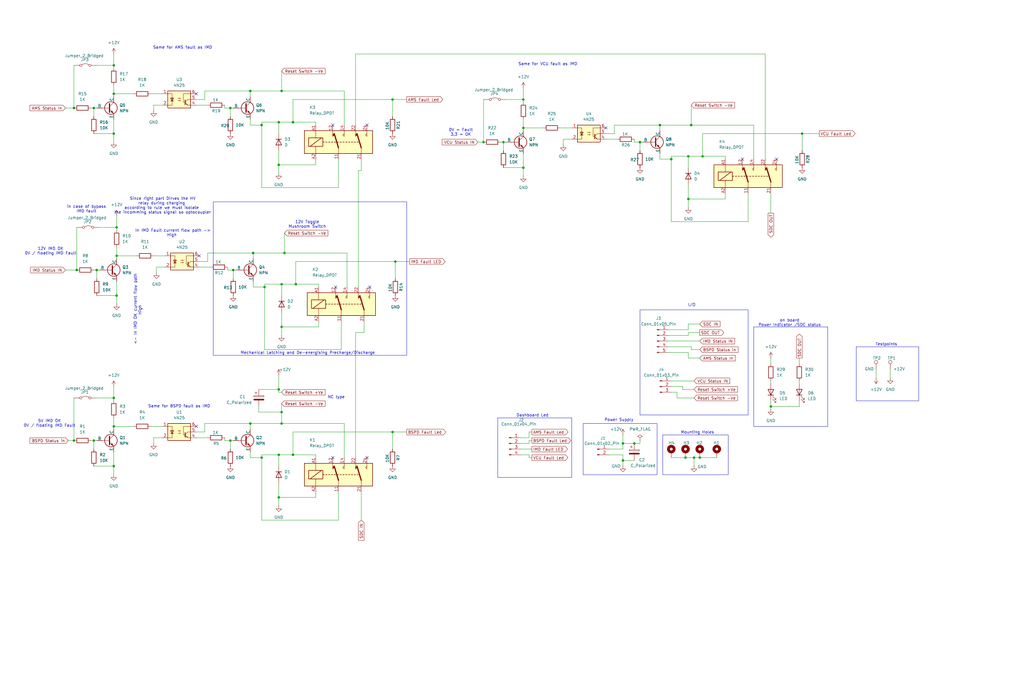
<source format=kicad_sch>
(kicad_sch (version 20231120) (generator "eeschema") (generator_version "8.0")
  (paper "User" 457.2 304.8)
  (title_block (title "SDC Team Urja") (rev "v1") (company "Kathmandu University"))
  (junction (at 34.29 120.65))
  (junction (at 215.9 63.5))
  (junction (at 278.13 198.12))
  (junction (at 313.69 69.85))
  (junction (at 33.02 196.85))
  (junction (at 306.07 204.47))
  (junction (at 124.46 54.61))
  (junction (at 113.03 113.03))
  (junction (at 294.64 55.88))
  (junction (at 104.14 120.65))
  (junction (at 224.79 63.5))
  (junction (at 312.42 204.47))
  (junction (at 125.73 189.23))
  (junction (at 176.53 116.84))
  (junction (at 233.68 74.93))
  (junction (at 127 113.03))
  (junction (at 358.14 59.69))
  (junction (at 41.91 196.85))
  (junction (at 307.34 69.85))
  (junction (at 52.07 132.08))
  (junction (at 308.61 55.88))
  (junction (at 233.68 44.45))
  (junction (at 50.8 59.69))
  (junction (at 283.21 198.12))
  (junction (at 50.8 41.91))
  (junction (at 118.11 128.27))
  (junction (at 125.73 127))
  (junction (at 50.8 190.5))
  (junction (at 102.87 196.85))
  (junction (at 41.91 48.26))
  (junction (at 233.68 57.15))
  (junction (at 52.07 101.6))
  (junction (at 50.8 208.28))
  (junction (at 50.8 177.8))
  (junction (at 344.17 181.61))
  (junction (at 43.18 120.65))
  (junction (at 50.8 29.21))
  (junction (at 116.84 204.47))
  (junction (at 52.07 114.3))
  (junction (at 175.26 193.04))
  (junction (at 125.73 40.64))
  (junction (at 307.34 88.9))
  (junction (at 278.13 205.74))
  (junction (at 130.81 203.2))
  (junction (at 175.26 44.45))
  (junction (at 130.81 54.61))
  (junction (at 111.76 189.23))
  (junction (at 33.02 48.26))
  (junction (at 125.73 184.15))
  (junction (at 132.08 127))
  (junction (at 116.84 55.88))
  (junction (at 111.76 40.64))
  (junction (at 102.87 48.26))
  (junction (at 125.73 146.05))
  (junction (at 124.46 203.2))
  (junction (at 299.72 71.12))
  (junction (at 124.46 222.25))
  (junction (at 124.46 73.66))
  (junction (at 309.88 204.47))
  (junction (at 285.75 63.5))
  (junction (at 124.46 173.99))
  (no_connect (at 148.59 55.88))
  (no_connect (at 87.63 190.5))
  (no_connect (at 165.1 128.27))
  (no_connect (at 163.83 55.88))
  (no_connect (at 149.86 128.27))
  (no_connect (at 148.59 204.47))
  (no_connect (at 87.63 41.91))
  (no_connect (at 163.83 204.47))
  (no_connect (at 331.47 71.12))
  (no_connect (at 270.51 57.15))
  (no_connect (at 88.9 114.3))
  (no_connect (at 346.71 71.12))
  (wire (pts (xy 304.8 173.99) (xy 304.8 172.72)))
  (wire (pts (xy 391.16 165.1) (xy 391.16 168.91)))
  (wire (pts (xy 43.18 132.08) (xy 52.07 132.08)))
  (wire (pts (xy 115.57 173.99) (xy 124.46 173.99)))
  (wire (pts (xy 50.8 186.69) (xy 50.8 190.5)))
  (wire (pts (xy 130.81 203.2) (xy 130.81 193.04)))
  (wire (pts (xy 233.68 53.34) (xy 233.68 57.15)))
  (wire (pts (xy 125.73 31.75) (xy 125.73 40.64)))
  (wire (pts (xy 236.22 193.04) (xy 237.49 193.04)))
  (wire (pts (xy 124.46 59.69) (xy 124.46 54.61)))
  (wire (pts (xy 125.73 184.15) (xy 125.73 189.23)))
  (wire (pts (xy 224.79 63.5) (xy 226.06 63.5)))
  (wire (pts (xy 323.85 69.85) (xy 323.85 71.12)))
  (wire (pts (xy 50.8 29.21) (xy 50.8 30.48)))
  (wire (pts (xy 102.87 48.26) (xy 104.14 48.26)))
  (wire (pts (xy 283.21 63.5) (xy 285.75 63.5)))
  (wire (pts (xy 306.07 204.47) (xy 309.88 204.47)))
  (wire (pts (xy 294.64 68.58) (xy 294.64 71.12)))
  (wire (pts (xy 100.33 48.26) (xy 100.33 46.99)))
  (wire (pts (xy 154.94 113.03) (xy 154.94 128.27)))
  (wire (pts (xy 298.45 154.94) (xy 308.61 154.94)))
  (wire (pts (xy 130.81 44.45) (xy 175.26 44.45)))
  (wire (pts (xy 236.22 193.04) (xy 236.22 195.58)))
  (wire (pts (xy 140.97 203.2) (xy 140.97 204.47)))
  (wire (pts (xy 130.81 203.2) (xy 140.97 203.2)))
  (wire (pts (xy 29.21 48.26) (xy 33.02 48.26)))
  (wire (pts (xy 41.91 196.85) (xy 43.18 196.85)))
  (wire (pts (xy 153.67 40.64) (xy 153.67 55.88)))
  (wire (pts (xy 151.13 232.41) (xy 116.84 232.41)))
  (wire (pts (xy 251.46 62.23) (xy 251.46 64.77)))
  (wire (pts (xy 344.17 86.36) (xy 344.17 95.25)))
  (wire (pts (xy 87.63 193.04) (xy 91.44 193.04)))
  (wire (pts (xy 41.91 48.26) (xy 43.18 48.26)))
  (wire (pts (xy 50.8 41.91) (xy 50.8 43.18)))
  (wire (pts (xy 50.8 172.72) (xy 50.8 177.8)))
  (wire (pts (xy 87.63 46.99) (xy 92.71 46.99)))
  (wire (pts (xy 232.41 200.66) (xy 237.49 200.66)))
  (wire (pts (xy 124.46 175.26) (xy 125.73 175.26)))
  (wire (pts (xy 307.34 148.59) (xy 307.34 149.86)))
  (wire (pts (xy 236.22 204.47) (xy 237.49 204.47)))
  (wire (pts (xy 102.87 196.85) (xy 102.87 200.66)))
  (wire (pts (xy 236.22 203.2) (xy 232.41 203.2)))
  (wire (pts (xy 41.91 208.28) (xy 50.8 208.28)))
  (wire (pts (xy 124.46 73.66) (xy 124.46 77.47)))
  (wire (pts (xy 307.34 74.93) (xy 307.34 69.85)))
  (wire (pts (xy 344.17 179.07) (xy 344.17 181.61)))
  (wire (pts (xy 50.8 177.8) (xy 50.8 179.07)))
  (wire (pts (xy 102.87 48.26) (xy 102.87 52.07)))
  (wire (pts (xy 115.57 184.15) (xy 125.73 184.15)))
  (wire (pts (xy 336.55 55.88) (xy 336.55 71.12)))
  (wire (pts (xy 132.08 127) (xy 132.08 116.84)))
  (wire (pts (xy 124.46 73.66) (xy 140.97 73.66)))
  (wire (pts (xy 278.13 203.2) (xy 271.78 203.2)))
  (wire (pts (xy 127 113.03) (xy 154.94 113.03)))
  (wire (pts (xy 307.34 160.02) (xy 307.34 157.48)))
  (wire (pts (xy 127 113.03) (xy 113.03 113.03)))
  (wire (pts (xy 278.13 198.12) (xy 283.21 198.12)))
  (wire (pts (xy 29.21 120.65) (xy 34.29 120.65)))
  (wire (pts (xy 68.58 46.99) (xy 68.58 49.53)))
  (wire (pts (xy 233.68 39.37) (xy 233.68 44.45)))
  (wire (pts (xy 298.45 147.32) (xy 307.34 147.32)))
  (wire (pts (xy 160.02 128.27) (xy 160.02 76.2)))
  (wire (pts (xy 236.22 196.85) (xy 236.22 198.12)))
  (wire (pts (xy 132.08 116.84) (xy 176.53 116.84)))
  (wire (pts (xy 125.73 127) (xy 132.08 127)))
  (wire (pts (xy 270.51 59.69) (xy 274.32 59.69)))
  (wire (pts (xy 40.64 48.26) (xy 41.91 48.26)))
  (wire (pts (xy 233.68 57.15) (xy 233.68 58.42)))
  (wire (pts (xy 111.76 40.64) (xy 111.76 43.18)))
  (wire (pts (xy 113.03 125.73) (xy 113.03 128.27)))
  (wire (pts (xy 313.69 69.85) (xy 323.85 69.85)))
  (wire (pts (xy 68.58 195.58) (xy 68.58 198.12)))
  (wire (pts (xy 308.61 156.21) (xy 308.61 154.94)))
  (wire (pts (xy 52.07 101.6) (xy 52.07 102.87)))
  (wire (pts (xy 158.75 148.59) (xy 162.56 148.59)))
  (wire (pts (xy 33.02 29.21) (xy 33.02 48.26)))
  (wire (pts (xy 52.07 96.52) (xy 52.07 101.6)))
  (wire (pts (xy 233.68 57.15) (xy 242.57 57.15)))
  (wire (pts (xy 294.64 71.12) (xy 299.72 71.12)))
  (wire (pts (xy 356.87 181.61) (xy 344.17 181.61)))
  (wire (pts (xy 251.46 62.23) (xy 255.27 62.23)))
  (wire (pts (xy 175.26 44.45) (xy 175.26 52.07)))
  (wire (pts (xy 50.8 24.13) (xy 50.8 29.21)))
  (wire (pts (xy 111.76 201.93) (xy 111.76 204.47)))
  (wire (pts (xy 162.56 143.51) (xy 162.56 148.59)))
  (wire (pts (xy 125.73 40.64) (xy 153.67 40.64)))
  (wire (pts (xy 43.18 29.21) (xy 50.8 29.21)))
  (wire (pts (xy 140.97 54.61) (xy 140.97 55.88)))
  (wire (pts (xy 312.42 160.02) (xy 307.34 160.02)))
  (wire (pts (xy 67.31 190.5) (xy 72.39 190.5)))
  (wire (pts (xy 344.17 170.18) (xy 344.17 171.45)))
  (wire (pts (xy 236.22 196.85) (xy 237.49 196.85)))
  (wire (pts (xy 116.84 204.47) (xy 116.84 232.41)))
  (wire (pts (xy 30.48 196.85) (xy 33.02 196.85)))
  (wire (pts (xy 175.26 193.04) (xy 181.61 193.04)))
  (wire (pts (xy 270.51 62.23) (xy 275.59 62.23)))
  (wire (pts (xy 91.44 44.45) (xy 91.44 40.64)))
  (wire (pts (xy 43.18 177.8) (xy 50.8 177.8)))
  (wire (pts (xy 52.07 114.3) (xy 52.07 115.57)))
  (wire (pts (xy 50.8 38.1) (xy 50.8 41.91)))
  (wire (pts (xy 68.58 114.3) (xy 73.66 114.3)))
  (wire (pts (xy 312.42 144.78) (xy 307.34 144.78)))
  (wire (pts (xy 125.73 139.7) (xy 125.73 146.05)))
  (wire (pts (xy 52.07 132.08) (xy 52.07 135.89)))
  (wire (pts (xy 312.42 148.59) (xy 307.34 148.59)))
  (wire (pts (xy 278.13 200.66) (xy 271.78 200.66)))
  (wire (pts (xy 111.76 55.88) (xy 116.84 55.88)))
  (wire (pts (xy 125.73 132.08) (xy 125.73 127)))
  (wire (pts (xy 213.36 63.5) (xy 215.9 63.5)))
  (wire (pts (xy 52.07 110.49) (xy 52.07 114.3)))
  (wire (pts (xy 104.14 120.65) (xy 104.14 124.46)))
  (wire (pts (xy 111.76 53.34) (xy 111.76 55.88)))
  (wire (pts (xy 226.06 44.45) (xy 233.68 44.45)))
  (wire (pts (xy 161.29 219.71) (xy 161.29 232.41)))
  (wire (pts (xy 100.33 48.26) (xy 102.87 48.26)))
  (wire (pts (xy 91.44 40.64) (xy 111.76 40.64)))
  (wire (pts (xy 124.46 203.2) (xy 130.81 203.2)))
  (wire (pts (xy 118.11 128.27) (xy 118.11 156.21)))
  (wire (pts (xy 104.14 120.65) (xy 105.41 120.65)))
  (wire (pts (xy 125.73 40.64) (xy 111.76 40.64)))
  (wire (pts (xy 356.87 170.18) (xy 356.87 171.45)))
  (wire (pts (xy 69.85 119.38) (xy 73.66 119.38)))
  (wire (pts (xy 323.85 88.9) (xy 323.85 86.36)))
  (wire (pts (xy 223.52 63.5) (xy 224.79 63.5)))
  (wire (pts (xy 299.72 170.18) (xy 309.88 170.18)))
  (wire (pts (xy 140.97 73.66) (xy 140.97 71.12)))
  (wire (pts (xy 130.81 54.61) (xy 140.97 54.61)))
  (wire (pts (xy 307.34 88.9) (xy 307.34 92.71)))
  (wire (pts (xy 298.45 149.86) (xy 307.34 149.86)))
  (wire (pts (xy 158.75 55.88) (xy 158.75 24.13)))
  (wire (pts (xy 91.44 189.23) (xy 111.76 189.23)))
  (wire (pts (xy 307.34 88.9) (xy 323.85 88.9)))
  (wire (pts (xy 116.84 203.2) (xy 116.84 204.47)))
  (wire (pts (xy 41.91 59.69) (xy 50.8 59.69)))
  (wire (pts (xy 118.11 127) (xy 125.73 127)))
  (wire (pts (xy 116.84 203.2) (xy 124.46 203.2)))
  (wire (pts (xy 309.88 204.47) (xy 309.88 208.28)))
  (wire (pts (xy 298.45 157.48) (xy 307.34 157.48)))
  (wire (pts (xy 299.72 204.47) (xy 306.07 204.47)))
  (wire (pts (xy 307.34 69.85) (xy 313.69 69.85)))
  (wire (pts (xy 278.13 208.28) (xy 278.13 205.74)))
  (wire (pts (xy 285.75 63.5) (xy 287.02 63.5)))
  (wire (pts (xy 299.72 172.72) (xy 304.8 172.72)))
  (wire (pts (xy 125.73 189.23) (xy 153.67 189.23)))
  (wire (pts (xy 308.61 55.88) (xy 294.64 55.88)))
  (wire (pts (xy 50.8 41.91) (xy 59.69 41.91)))
  (wire (pts (xy 88.9 116.84) (xy 92.71 116.84)))
  (wire (pts (xy 118.11 127) (xy 118.11 128.27)))
  (wire (pts (xy 101.6 120.65) (xy 101.6 119.38)))
  (wire (pts (xy 124.46 173.99) (xy 124.46 175.26)))
  (wire (pts (xy 283.21 198.12) (xy 285.75 198.12)))
  (wire (pts (xy 43.18 120.65) (xy 44.45 120.65)))
  (wire (pts (xy 175.26 44.45) (xy 181.61 44.45)))
  (wire (pts (xy 111.76 204.47) (xy 116.84 204.47)))
  (wire (pts (xy 125.73 189.23) (xy 111.76 189.23)))
  (wire (pts (xy 50.8 190.5) (xy 50.8 191.77)))
  (wire (pts (xy 397.51 165.1) (xy 397.51 168.91)))
  (wire (pts (xy 307.34 82.55) (xy 307.34 88.9)))
  (wire (pts (xy 125.73 146.05) (xy 142.24 146.05)))
  (wire (pts (xy 100.33 196.85) (xy 102.87 196.85)))
  (wire (pts (xy 160.02 76.2) (xy 161.29 76.2)))
  (wire (pts (xy 309.88 177.8) (xy 302.26 177.8)))
  (wire (pts (xy 100.33 196.85) (xy 100.33 195.58)))
  (wire (pts (xy 250.19 57.15) (xy 255.27 57.15)))
  (wire (pts (xy 34.29 101.6) (xy 34.29 120.65)))
  (wire (pts (xy 334.01 86.36) (xy 334.01 99.06)))
  (wire (pts (xy 236.22 198.12) (xy 232.41 198.12)))
  (wire (pts (xy 294.64 55.88) (xy 294.64 58.42)))
  (wire (pts (xy 124.46 222.25) (xy 140.97 222.25)))
  (wire (pts (xy 278.13 198.12) (xy 278.13 200.66)))
  (wire (pts (xy 125.73 146.05) (xy 125.73 149.86)))
  (wire (pts (xy 344.17 181.61) (xy 344.17 182.88)))
  (wire (pts (xy 313.69 69.85) (xy 313.69 59.69)))
  (wire (pts (xy 215.9 44.45) (xy 215.9 63.5)))
  (wire (pts (xy 309.88 204.47) (xy 312.42 204.47)))
  (wire (pts (xy 356.87 160.02) (xy 356.87 162.56)))
  (wire (pts (xy 67.31 41.91) (xy 72.39 41.91)))
  (wire (pts (xy 115.57 181.61) (xy 115.57 184.15)))
  (wire (pts (xy 50.8 208.28) (xy 50.8 212.09)))
  (wire (pts (xy 116.84 55.88) (xy 116.84 83.82)))
  (wire (pts (xy 158.75 24.13) (xy 341.63 24.13)))
  (wire (pts (xy 334.01 99.06) (xy 299.72 99.06)))
  (wire (pts (xy 50.8 53.34) (xy 50.8 59.69)))
  (wire (pts (xy 132.08 127) (xy 142.24 127)))
  (wire (pts (xy 130.81 54.61) (xy 130.81 44.45)))
  (wire (pts (xy 312.42 204.47) (xy 320.04 204.47)))
  (wire (pts (xy 102.87 196.85) (xy 104.14 196.85)))
  (wire (pts (xy 116.84 54.61) (xy 124.46 54.61)))
  (wire (pts (xy 41.91 120.65) (xy 43.18 120.65)))
  (wire (pts (xy 111.76 189.23) (xy 111.76 191.77)))
  (wire (pts (xy 151.13 219.71) (xy 151.13 232.41)))
  (wire (pts (xy 308.61 46.99) (xy 308.61 55.88)))
  (wire (pts (xy 299.72 71.12) (xy 299.72 99.06)))
  (wire (pts (xy 153.67 189.23) (xy 153.67 204.47)))
  (wire (pts (xy 299.72 69.85) (xy 299.72 71.12)))
  (wire (pts (xy 274.32 55.88) (xy 294.64 55.88)))
  (wire (pts (xy 124.46 54.61) (xy 130.81 54.61)))
  (wire (pts (xy 68.58 46.99) (xy 72.39 46.99)))
  (wire (pts (xy 41.91 48.26) (xy 41.91 52.07)))
  (wire (pts (xy 307.34 144.78) (xy 307.34 147.32)))
  (wire (pts (xy 358.14 59.69) (xy 365.76 59.69)))
  (wire (pts (xy 161.29 71.12) (xy 161.29 76.2)))
  (wire (pts (xy 50.8 201.93) (xy 50.8 208.28)))
  (wire (pts (xy 113.03 128.27) (xy 118.11 128.27)))
  (wire (pts (xy 278.13 205.74) (xy 278.13 203.2)))
  (wire (pts (xy 151.13 71.12) (xy 151.13 83.82)))
  (wire (pts (xy 124.46 222.25) (xy 124.46 226.06)))
  (wire (pts (xy 233.68 74.93) (xy 233.68 78.74)))
  (wire (pts (xy 176.53 116.84) (xy 182.88 116.84)))
  (wire (pts (xy 88.9 119.38) (xy 93.98 119.38)))
  (wire (pts (xy 299.72 69.85) (xy 307.34 69.85)))
  (wire (pts (xy 298.45 152.4) (xy 312.42 152.4)))
  (wire (pts (xy 312.42 156.21) (xy 308.61 156.21)))
  (wire (pts (xy 124.46 167.64) (xy 124.46 173.99)))
  (wire (pts (xy 50.8 190.5) (xy 59.69 190.5)))
  (wire (pts (xy 113.03 113.03) (xy 113.03 115.57)))
  (wire (pts (xy 152.4 143.51) (xy 152.4 156.21)))
  (wire (pts (xy 87.63 195.58) (xy 92.71 195.58)))
  (wire (pts (xy 341.63 24.13) (xy 341.63 71.12)))
  (wire (pts (xy 285.75 196.85) (xy 285.75 198.12)))
  (wire (pts (xy 302.26 177.8) (xy 302.26 175.26)))
  (wire (pts (xy 43.18 120.65) (xy 43.18 124.46)))
  (wire (pts (xy 344.17 160.02) (xy 344.17 162.56)))
  (wire (pts (xy 91.44 193.04) (xy 91.44 189.23)))
  (wire (pts (xy 356.87 179.07) (xy 356.87 181.61)))
  (wire (pts (xy 124.46 67.31) (xy 124.46 73.66)))
  (wire (pts (xy 283.21 63.5) (xy 283.21 62.23)))
  (wire (pts (xy 236.22 204.47) (xy 236.22 203.2)))
  (wire (pts (xy 233.68 44.45) (xy 233.68 45.72)))
  (wire (pts (xy 309.88 173.99) (xy 304.8 173.99)))
  (wire (pts (xy 224.79 63.5) (xy 224.79 67.31)))
  (wire (pts (xy 176.53 116.84) (xy 176.53 124.46)))
  (wire (pts (xy 299.72 175.26) (xy 302.26 175.26)))
  (wire (pts (xy 41.91 196.85) (xy 41.91 200.66)))
  (wire (pts (xy 92.71 116.84) (xy 92.71 113.03)))
  (wire (pts (xy 40.64 196.85) (xy 41.91 196.85)))
  (wire (pts (xy 116.84 54.61) (xy 116.84 55.88)))
  (wire (pts (xy 274.32 59.69) (xy 274.32 55.88)))
  (wire (pts (xy 69.85 119.38) (xy 69.85 121.92)))
  (wire (pts (xy 142.24 146.05) (xy 142.24 143.51)))
  (wire (pts (xy 151.13 83.82) (xy 116.84 83.82)))
  (wire (pts (xy 33.02 177.8) (xy 33.02 196.85)))
  (wire (pts (xy 44.45 101.6) (xy 52.07 101.6)))
  (wire (pts (xy 124.46 215.9) (xy 124.46 222.25)))
  (wire (pts (xy 130.81 193.04) (xy 175.26 193.04)))
  (wire (pts (xy 285.75 63.5) (xy 285.75 67.31)))
  (wire (pts (xy 308.61 55.88) (xy 336.55 55.88)))
  (wire (pts (xy 142.24 127) (xy 142.24 128.27)))
  (wire (pts (xy 87.63 44.45) (xy 91.44 44.45)))
  (wire (pts (xy 50.8 59.69) (xy 50.8 63.5)))
  (wire (pts (xy 125.73 180.34) (xy 125.73 184.15)))
  (wire (pts (xy 101.6 120.65) (xy 104.14 120.65)))
  (wire (pts (xy 52.07 125.73) (xy 52.07 132.08)))
  (wire (pts (xy 233.68 68.58) (xy 233.68 74.93)))
  (wire (pts (xy 52.07 114.3) (xy 60.96 114.3)))
  (wire (pts (xy 313.69 59.69) (xy 358.14 59.69)))
  (wire (pts (xy 278.13 205.74) (xy 283.21 205.74)))
  (wire (pts (xy 68.58 195.58) (xy 72.39 195.58)))
  (wire (pts (xy 140.97 222.25) (xy 140.97 219.71)))
  (wire (pts (xy 92.71 113.03) (xy 113.03 113.03)))
  (wire (pts (xy 278.13 194.31) (xy 278.13 198.12)))
  (wire (pts (xy 236.22 195.58) (xy 232.41 195.58)))
  (wire (pts (xy 127 104.14) (xy 127 113.03)))
  (wire (pts (xy 124.46 208.28) (xy 124.46 203.2)))
  (wire (pts (xy 158.75 204.47) (xy 158.75 148.59)))
  (wire (pts (xy 175.26 193.04) (xy 175.26 200.66)))
  (wire (pts (xy 358.14 59.69) (xy 358.14 67.31)))
  (wire (pts (xy 224.79 74.93) (xy 233.68 74.93)))
  (wire (pts (xy 152.4 156.21) (xy 118.11 156.21)))
  (rectangle (start 336.55 146.05) (end 369.57 190.5))
  (rectangle (start 285.75 138.43) (end 334.01 185.42))
  (rectangle (start 95.25 90.17) (end 181.61 158.75))
  (rectangle (start 260.35 189.23) (end 293.37 212.09))
  (rectangle (start 295.91 194.31) (end 325.12 212.09))
  (rectangle (start 382.27 154.94) (end 410.21 179.07))
  (rectangle (start 222.25 186.69) (end 255.27 213.36))
  (text "NC type\n" (at 150.114 177.546 0) (effects (font (size 1.27 1.27))))
  (text "I/O\n" (at 308.864 136.398 0) (effects (font (size 1.27 1.27))))
  (text "Dashboard Led" (at 237.744 185.674 0) (effects (font (size 1.27 1.27))))
  (text "0V = Fault\n3.3 = OK" (at 205.74 59.182 0) (effects (font (size 1.27 1.27))))
  (text "5V IMD OK\n0V / floating IMD Fault" (at 22.098 189.23 0) (effects (font (size 1.27 1.27))))
  (text "Power Supply\n" (at 276.352 187.706 0) (effects (font (size 1.27 1.27))))
  (text "12V Toggle \nMushroom Switch " (at 137.668 100.33 0) (effects (font (size 1.27 1.27))))
  (text "Same for VCU fault as IMD" (at 244.602 28.702 0) (effects (font (size 1.27 1.27))))
  (text "Mounting Holes" (at 311.404 193.294 0) (effects (font (size 1.27 1.27))))
  (text "on board\nPower Indicator /SDC status" (at 352.552 144.272 0) (effects (font (size 1.27 1.27))))
  (text "Since right part Dirves the HV\nrelay during charging \naccording to rule we must isolate \nthe incomming status signal so optocoupler" (at 72.644 91.948 0) (effects (font (size 1.27 1.27))))
  (text "Testpoints" (at 395.732 153.924 0) (effects (font (size 1.27 1.27))))
  (text "In IMD Fault current flow path ->\nHigh " (at 77.216 104.14 0) (effects (font (size 1.27 1.27))))
  (text "12V IMD OK\n0V / floating IMD Fault" (at 22.606 112.268 0) (effects (font (size 1.27 1.27))))
  (text "Same for BSPD fault as IMD" (at 80.01 181.61 0) (effects (font (size 1.27 1.27))))
  (text "Mechanical Latching and De-energising Precharge/Discharge" (at 137.414 157.734 0) (effects (font (size 1.27 1.27))))
  (text "Same for AMS fault as IMD" (at 81.534 21.336 0) (effects (font (size 1.27 1.27))))
  (text "<- In IMD OK current flow path\nHigh " (at 61.468 138.176 90) (effects (font (size 1.27 1.27))))
  (text "in case of bypass\nIMD fault" (at 38.608 93.472 0) (effects (font (size 1.27 1.27))))
  (global_label "AMS Fault Led" (shape output) (at 181.61 44.45 0) (property "Intersheetrefs" "${INTERSHEET_REFS}" (effects (hide yes))))
  (global_label "IMD Status IN" (shape input) (at 29.21 120.65 180) (property "Intersheetrefs" "${INTERSHEET_REFS}" (effects (hide yes))))
  (global_label "BSPD Fault Led" (shape output) (at 181.61 193.04 0) (property "Intersheetrefs" "${INTERSHEET_REFS}" (effects (hide yes))))
  (global_label "SDC IN" (shape input) (at 312.42 144.78 0) (property "Intersheetrefs" "${INTERSHEET_REFS}" (effects (hide yes))))
  (global_label "BSPD Fault Led" (shape output) (at 237.49 196.85 0) (property "Intersheetrefs" "${INTERSHEET_REFS}" (effects (hide yes))))
  (global_label "Reset Switch -Ve" (shape input) (at 127 104.14 0) (property "Intersheetrefs" "${INTERSHEET_REFS}" (effects (hide yes))))
  (global_label "Reset Switch -Ve" (shape input) (at 125.73 180.34 0) (property "Intersheetrefs" "${INTERSHEET_REFS}" (effects (hide yes))))
  (global_label "VCU Fault Led" (shape output) (at 365.76 59.69 0) (property "Intersheetrefs" "${INTERSHEET_REFS}" (effects (hide yes))))
  (global_label "AMS Status In" (shape input) (at 312.42 160.02 0) (property "Intersheetrefs" "${INTERSHEET_REFS}" (effects (hide yes))))
  (global_label "VCU Status IN" (shape input) (at 309.88 170.18 0) (property "Intersheetrefs" "${INTERSHEET_REFS}" (effects (hide yes))))
  (global_label "IMD Status IN" (shape input) (at 312.42 152.4 0) (property "Intersheetrefs" "${INTERSHEET_REFS}" (effects (hide yes))))
  (global_label "BSPD Status in" (shape input) (at 30.48 196.85 180) (property "Intersheetrefs" "${INTERSHEET_REFS}" (effects (hide yes))))
  (global_label "Reset Switch -Ve" (shape input) (at 308.61 46.99 0) (property "Intersheetrefs" "${INTERSHEET_REFS}" (effects (hide yes))))
  (global_label "VCU Fault Led" (shape output) (at 237.49 204.47 0) (property "Intersheetrefs" "${INTERSHEET_REFS}" (effects (hide yes))))
  (global_label "AMS Fault Led" (shape output) (at 237.49 193.04 0) (property "Intersheetrefs" "${INTERSHEET_REFS}" (effects (hide yes))))
  (global_label "IMD Fault LED" (shape output) (at 237.49 200.66 0) (property "Intersheetrefs" "${INTERSHEET_REFS}" (effects (hide yes))))
  (global_label "Reset Switch -Ve" (shape input) (at 125.73 31.75 0) (property "Intersheetrefs" "${INTERSHEET_REFS}" (effects (hide yes))))
  (global_label "SDC OUT" (shape output) (at 356.87 160.02 90) (property "Intersheetrefs" "${INTERSHEET_REFS}" (effects (hide yes))))
  (global_label "VCU Status IN" (shape input) (at 213.36 63.5 180) (property "Intersheetrefs" "${INTERSHEET_REFS}" (effects (hide yes))))
  (global_label "Reset Switch +Ve" (shape input) (at 125.73 175.26 0) (property "Intersheetrefs" "${INTERSHEET_REFS}" (effects (hide yes))))
  (global_label "Reset Switch -Ve" (shape input) (at 309.88 177.8 0) (property "Intersheetrefs" "${INTERSHEET_REFS}" (effects (hide yes))))
  (global_label "AMS Status In" (shape input) (at 29.21 48.26 180) (property "Intersheetrefs" "${INTERSHEET_REFS}" (effects (hide yes))))
  (global_label "BSPD Status in" (shape input) (at 312.42 156.21 0) (property "Intersheetrefs" "${INTERSHEET_REFS}" (effects (hide yes))))
  (global_label "Reset Switch +Ve" (shape input) (at 309.88 173.99 0) (property "Intersheetrefs" "${INTERSHEET_REFS}" (effects (hide yes))))
  (global_label "SDC OUT" (shape output) (at 312.42 148.59 0) (property "Intersheetrefs" "${INTERSHEET_REFS}" (effects (hide yes))))
  (global_label "SDC OUT" (shape output) (at 344.17 95.25 270) (property "Intersheetrefs" "${INTERSHEET_REFS}" (effects (hide yes))))
  (global_label "SDC IN" (shape input) (at 161.29 232.41 270) (property "Intersheetrefs" "${INTERSHEET_REFS}" (effects (hide yes))))
  (global_label "IMD Fault LED" (shape output) (at 182.88 116.84 0) (property "Intersheetrefs" "${INTERSHEET_REFS}" (effects (hide yes))))
  (symbol (lib_id "power:GND") (at 102.87 59.69 0) (unit 1)
    (property "Reference" "#PWR021" (effects (hide yes)))
    (property "Value" "GND" (at 102.87 64.77 0))
    (property "Description" "Power symbol creates a global label with name \"GND\" , ground" (effects (hide yes)))
  )
  (symbol (lib_id "Device:LED") (at 356.87 175.26 90) (unit 1)
    (property "Reference" "D6" (at 360.68 175.5774 90) (effects (justify right)))
    (property "Value" "LED" (at 360.68 178.1174 90) (effects (justify right)))
    (property "Footprint" "LED_THT:LED_D4.0mm" (effects (hide yes)))
    (property "Description" "Light emitting diode" (effects (hide yes)))
  )
  (symbol (lib_id "Device:R") (at 96.52 46.99 270) (unit 1)
    (property "Reference" "R19" (at 96.52 49.53 90))
    (property "Value" "1K" (at 96.266 44.704 90))
    (property "Footprint" "Resistor_THT:R_Axial_DIN0207_L6.3mm_D2.5mm_P7.62mm_Horizontal" (effects (hide yes)))
    (property "Description" "Resistor" (effects (hide yes)))
  )
  (symbol (lib_id "Connector:Conn_01x05_Pin") (at 293.37 152.4 0) (unit 1)
    (property "Reference" "J3" (at 294.005 142.24 0))
    (property "Value" "Conn_01x05_Pin" (at 294.005 144.78 0))
    (property "Footprint" "Connector_PinHeader_2.54mm:PinHeader_1x05_P2.54mm_Vertical" (effects (hide yes)))
    (property "Description" "Generic connector, single row, 01x05, script generated" (effects (hide yes)))
  )
  (symbol (lib_id "Device:C_Polarized") (at 115.57 177.8 0) (unit 1)
    (property "Reference" "C1" (at 106.934 177.292 0) (effects (justify left)))
    (property "Value" "C_Polarized" (at 101.092 179.832 0) (effects (justify left)))
    (property "Footprint" "Capacitor_THT:CP_Radial_D12.5mm_P7.50mm" (effects (hide yes)))
    (property "Description" "Polarized capacitor" (effects (hide yes)))
  )
  (symbol (lib_id "Device:R") (at 102.87 55.88 0) (unit 1)
    (property "Reference" "R20" (at 98.552 56.134 0) (effects (justify left)))
    (property "Value" "10K" (at 105.156 55.88 0) (effects (justify left)))
    (property "Footprint" "Resistor_THT:R_Axial_DIN0207_L6.3mm_D2.5mm_P7.62mm_Horizontal" (effects (hide yes)))
    (property "Description" "Resistor" (effects (hide yes)))
  )
  (symbol (lib_id "Device:R") (at 36.83 48.26 90) (unit 1)
    (property "Reference" "R15" (at 36.83 41.91 90))
    (property "Value" "1K" (at 36.83 44.45 90))
    (property "Footprint" "Resistor_THT:R_Axial_DIN0207_L6.3mm_D2.5mm_P7.62mm_Horizontal" (effects (hide yes)))
    (property "Description" "Resistor" (effects (hide yes)))
  )
  (symbol (lib_id "Relay:Relay_DPDT") (at 151.13 212.09 0) (unit 1)
    (property "Reference" "K1" (at 138.176 196.596 0) (effects (justify left)))
    (property "Value" "Relay_DPDT" (at 138.176 199.136 0) (effects (justify left)))
    (property "Footprint" "Relay_THT:Relay_DPDT_Finder_40.52" (effects (hide yes)))
    (property "Description" "Monostable Relay DPDT, EN50005 " (effects (hide yes)))
  )
  (symbol (lib_id "Connector:Conn_01x04_Pin") (at 227.33 198.12 0) (unit 1)
    (property "Reference" "J2" (at 232.664 187.706 0))
    (property "Value" "Conn_01x04_Pin" (at 231.648 189.484 0))
    (property "Footprint" "Connector_PinHeader_2.54mm:PinHeader_1x04_P2.54mm_Vertical" (effects (hide yes)))
    (property "Description" "Generic connector, single row, 01x04, script generated" (effects (hide yes)))
  )
  (symbol (lib_id "power:GND") (at 125.73 149.86 0) (unit 1)
    (property "Reference" "#PWR015" (effects (hide yes)))
    (property "Value" "GND" (at 125.73 154.94 0))
    (property "Description" "Power symbol creates a global label with name \"GND\" , ground" (effects (hide yes)))
  )
  (symbol (lib_id "Isolator:4N25") (at 81.28 116.84 0) (unit 1)
    (property "Reference" "U2" (at 81.28 107.95 0))
    (property "Value" "4N25" (at 81.28 110.49 0))
    (property "Footprint" "Package_DIP:DIP-6_W7.62mm" (effects (hide yes)))
    (property "Datasheet" "https://www.vishay.com/docs/83725/4n25.pdf" (effects (hide yes)))
    (property "Description" "DC Optocoupler Base Connected, Vce 30V, CTR 20%, Viso 2500V, DIP6" (effects (hide yes)))
  )
  (symbol (lib_id "Device:R") (at 63.5 190.5 270) (unit 1)
    (property "Reference" "R4" (at 63.5 184.15 90))
    (property "Value" "1K" (at 63.5 186.69 90))
    (property "Footprint" "Resistor_THT:R_Axial_DIN0207_L6.3mm_D2.5mm_P7.62mm_Horizontal" (effects (hide yes)))
    (property "Description" "Resistor" (effects (hide yes)))
  )
  (symbol (lib_id "Device:R") (at 63.5 41.91 270) (unit 1)
    (property "Reference" "R18" (at 63.5 35.56 90))
    (property "Value" "1K" (at 63.5 38.1 90))
    (property "Footprint" "Resistor_THT:R_Axial_DIN0207_L6.3mm_D2.5mm_P7.62mm_Horizontal" (effects (hide yes)))
    (property "Description" "Resistor" (effects (hide yes)))
  )
  (symbol (lib_id "Connector:Conn_01x02_Pin") (at 266.7 200.66 0) (unit 1)
    (property "Reference" "J1" (at 269.24 195.834 0))
    (property "Value" "Conn_01x02_Pin" (at 268.732 198.12 0))
    (property "Footprint" "Connector_PinHeader_2.54mm:PinHeader_1x02_P2.54mm_Vertical" (effects (hide yes)))
    (property "Description" "Generic connector, single row, 01x02, script generated" (effects (hide yes)))
  )
  (symbol (lib_id "Device:LED") (at 344.17 175.26 90) (unit 1)
    (property "Reference" "D5" (at 347.98 175.5774 90) (effects (justify right)))
    (property "Value" "LED" (at 347.98 178.1174 90) (effects (justify right)))
    (property "Footprint" "LED_THT:LED_D4.0mm" (effects (hide yes)))
    (property "Description" "Light emitting diode" (effects (hide yes)))
  )
  (symbol (lib_id "Device:D") (at 124.46 212.09 270) (unit 1)
    (property "Reference" "D1" (at 127 210.8199 90) (effects (justify left)))
    (property "Value" "D" (at 127 213.3599 90) (effects (justify left)))
    (property "Footprint" "Diode_THT:D_A-405_P7.62mm_Horizontal" (effects (hide yes)))
    (property "Description" "Diode" (effects (hide yes)))
    (property "Sim.Device" "D" (effects (hide yes)))
    (property "Sim.Pins" "1=K 2=A" (effects (hide yes)))
  )
  (symbol (lib_id "Device:R") (at 175.26 55.88 0) (unit 1)
    (property "Reference" "R21" (at 177.8 55.88 90))
    (property "Value" "10K" (at 172.974 56.134 90))
    (property "Footprint" "Resistor_THT:R_Axial_DIN0207_L6.3mm_D2.5mm_P7.62mm_Horizontal" (effects (hide yes)))
    (property "Description" "Resistor" (effects (hide yes)))
  )
  (symbol (lib_id "Device:R") (at 97.79 119.38 270) (unit 1)
    (property "Reference" "R12" (at 97.79 121.92 90))
    (property "Value" "1K" (at 97.536 117.094 90))
    (property "Footprint" "Resistor_THT:R_Axial_DIN0207_L6.3mm_D2.5mm_P7.62mm_Horizontal" (effects (hide yes)))
    (property "Description" "Resistor" (effects (hide yes)))
  )
  (symbol (lib_id "power:PWR_FLAG") (at 285.75 196.85 0) (unit 1)
    (property "Reference" "#FLG01" (effects (hide yes)))
    (property "Value" "PWR_FLAG" (at 285.75 191.77 0))
    (property "Description" "Special symbol for telling ERC where power comes from" (effects (hide yes)))
  )
  (symbol (lib_id "power:GND") (at 124.46 77.47 0) (unit 1)
    (property "Reference" "#PWR023" (effects (hide yes)))
    (property "Value" "GND" (at 124.46 82.55 0))
    (property "Description" "Power symbol creates a global label with name \"GND\" , ground" (effects (hide yes)))
  )
  (symbol (lib_id "Device:R") (at 246.38 57.15 270) (unit 1)
    (property "Reference" "R25" (at 246.38 50.8 90))
    (property "Value" "1K" (at 246.38 53.34 90))
    (property "Footprint" "Resistor_THT:R_Axial_DIN0207_L6.3mm_D2.5mm_P7.62mm_Horizontal" (effects (hide yes)))
    (property "Description" "Resistor" (effects (hide yes)))
  )
  (symbol (lib_id "Connector:TestPoint") (at 397.51 165.1 0) (unit 1)
    (property "Reference" "TP1" (at 396.24 160.02 0) (effects (justify left)))
    (property "Value" "+12V" (at 398.78 164.846 0) (effects (justify left)))
    (property "Footprint" "TestPoint:TestPoint_Pad_1.0x1.0mm" (effects (hide yes)))
    (property "Description" "test point" (effects (hide yes)))
  )
  (symbol (lib_id "power:GND") (at 309.88 208.28 0) (mirror y) (unit 1)
    (property "Reference" "#PWR020" (effects (hide yes)))
    (property "Value" "GND" (at 313.436 208.534 0))
    (property "Description" "Power symbol creates a global label with name \"GND\" , ground" (effects (hide yes)))
  )
  (symbol (lib_id "Jumper:Jumper_2_Bridged") (at 39.37 101.6 0) (unit 1) (exclude_from_sim yes)
    (property "Reference" "JP2" (at 39.116 99.06 0))
    (property "Value" "Jumper_2_Bridged" (at 38.862 97.282 0))
    (property "Footprint" "Connector_PinHeader_2.54mm:PinHeader_1x02_P2.54mm_Vertical" (effects (hide yes)))
    (property "Description" "Jumper, 2-pole, closed/bridged" (effects (hide yes)))
  )
  (symbol (lib_id "Device:R") (at 175.26 204.47 0) (unit 1)
    (property "Reference" "R7" (at 177.8 204.47 90))
    (property "Value" "10K" (at 172.974 204.724 90))
    (property "Footprint" "Resistor_THT:R_Axial_DIN0207_L6.3mm_D2.5mm_P7.62mm_Horizontal" (effects (hide yes)))
    (property "Description" "Resistor" (effects (hide yes)))
  )
  (symbol (lib_id "power:GND") (at 251.46 64.77 0) (unit 1)
    (property "Reference" "#PWR029" (effects (hide yes)))
    (property "Value" "GND" (at 251.46 69.85 0))
    (property "Description" "Power symbol creates a global label with name \"GND\" , ground" (effects (hide yes)))
  )
  (symbol (lib_id "power:GND") (at 175.26 208.28 0) (unit 1)
    (property "Reference" "#PWR05" (effects (hide yes)))
    (property "Value" "GND" (at 175.26 213.36 0))
    (property "Description" "Power symbol creates a global label with name \"GND\" , ground" (effects (hide yes)))
  )
  (symbol (lib_id "Jumper:Jumper_2_Bridged") (at 38.1 177.8 0) (unit 1) (exclude_from_sim yes)
    (property "Reference" "JP1" (at 37.846 175.26 0))
    (property "Value" "Jumper_2_Bridged" (at 37.592 173.482 0))
    (property "Footprint" "Connector_PinHeader_2.54mm:PinHeader_1x02_P2.54mm_Vertical" (effects (hide yes)))
    (property "Description" "Jumper, 2-pole, closed/bridged" (effects (hide yes)))
  )
  (symbol (lib_id "Device:R") (at 279.4 62.23 270) (unit 1)
    (property "Reference" "R26" (at 279.4 64.77 90))
    (property "Value" "1K" (at 279.146 59.944 90))
    (property "Footprint" "Resistor_THT:R_Axial_DIN0207_L6.3mm_D2.5mm_P7.62mm_Horizontal" (effects (hide yes)))
    (property "Description" "Resistor" (effects (hide yes)))
  )
  (symbol (lib_id "power:GND") (at 285.75 74.93 0) (unit 1)
    (property "Reference" "#PWR030" (effects (hide yes)))
    (property "Value" "GND" (at 285.75 80.01 0))
    (property "Description" "Power symbol creates a global label with name \"GND\" , ground" (effects (hide yes)))
  )
  (symbol (lib_id "Isolator:4N25") (at 262.89 59.69 0) (unit 1)
    (property "Reference" "U4" (at 262.89 50.8 0))
    (property "Value" "4N25" (at 262.89 53.34 0))
    (property "Footprint" "Package_DIP:DIP-6_W7.62mm" (effects (hide yes)))
    (property "Datasheet" "https://www.vishay.com/docs/83725/4n25.pdf" (effects (hide yes)))
    (property "Description" "DC Optocoupler Base Connected, Vce 30V, CTR 20%, Viso 2500V, DIP6" (effects (hide yes)))
  )
  (symbol (lib_id "Simulation_SPICE:NPN") (at 109.22 48.26 0) (unit 1)
    (property "Reference" "Q6" (at 114.3 46.9899 0) (effects (justify left)))
    (property "Value" "NPN" (at 114.3 49.5299 0) (effects (justify left)))
    (property "Footprint" "Package_TO_SOT_THT:TO-92_Inline_Wide" (effects (hide yes)))
    (property "Datasheet" "https://ngspice.sourceforge.io/docs/ngspice-html-manual/manual.xhtml#cha_BJTs" (effects (hide yes)))
    (property "Description" "Bipolar transistor symbol for simulation only, substrate tied to the emitter" (effects (hide yes)))
    (property "Sim.Device" "NPN" (effects (hide yes)))
    (property "Sim.Type" "GUMMELPOON" (effects (hide yes)))
    (property "Sim.Pins" "1=C 2=B 3=E" (effects (hide yes)))
  )
  (symbol (lib_id "power:GND") (at 397.51 168.91 0) (unit 1)
    (property "Reference" "#PWR026" (effects (hide yes)))
    (property "Value" "GND" (at 397.51 173.99 0))
    (property "Description" "Power symbol creates a global label with name \"GND\" , ground" (effects (hide yes)))
  )
  (symbol (lib_id "Connector:TestPoint") (at 391.16 165.1 0) (unit 1)
    (property "Reference" "TP2" (at 389.636 160.02 0) (effects (justify left)))
    (property "Value" "GND" (at 386.08 164.846 0) (effects (justify left)))
    (property "Footprint" "TestPoint:TestPoint_Pad_1.0x1.0mm" (effects (hide yes)))
    (property "Description" "test point" (effects (hide yes)))
  )
  (symbol (lib_id "Relay:Relay_DPDT") (at 152.4 135.89 0) (unit 1)
    (property "Reference" "K2" (at 139.446 120.396 0) (effects (justify left)))
    (property "Value" "Relay_DPDT" (at 139.446 122.936 0) (effects (justify left)))
    (property "Footprint" "Relay_THT:Relay_DPDT_Finder_40.52" (effects (hide yes)))
    (property "Description" "Monostable Relay DPDT, EN50005 " (effects (hide yes)))
  )
  (symbol (lib_id "power:+12V") (at 124.46 167.64 0) (unit 1)
    (property "Reference" "#PWR01" (effects (hide yes)))
    (property "Value" "+12V" (at 127.254 165.1 0))
    (property "Description" "Power symbol creates a global label with name \"+12V\"" (effects (hide yes)))
  )
  (symbol (lib_id "power:GND") (at 52.07 135.89 0) (unit 1)
    (property "Reference" "#PWR011" (effects (hide yes)))
    (property "Value" "GND" (at 52.07 140.97 0))
    (property "Description" "Power symbol creates a global label with name \"GND\" , ground" (effects (hide yes)))
  )
  (symbol (lib_id "Simulation_SPICE:NPN") (at 110.49 120.65 0) (unit 1)
    (property "Reference" "Q4" (at 115.57 119.3799 0) (effects (justify left)))
    (property "Value" "NPN" (at 115.57 121.9199 0) (effects (justify left)))
    (property "Footprint" "Package_TO_SOT_THT:TO-92_Inline_Wide" (effects (hide yes)))
    (property "Datasheet" "https://ngspice.sourceforge.io/docs/ngspice-html-manual/manual.xhtml#cha_BJTs" (effects (hide yes)))
    (property "Description" "Bipolar transistor symbol for simulation only, substrate tied to the emitter" (effects (hide yes)))
    (property "Sim.Device" "NPN" (effects (hide yes)))
    (property "Sim.Type" "GUMMELPOON" (effects (hide yes)))
    (property "Sim.Pins" "1=C 2=B 3=E" (effects (hide yes)))
  )
  (symbol (lib_id "power:GND") (at 175.26 59.69 0) (unit 1)
    (property "Reference" "#PWR024" (effects (hide yes)))
    (property "Value" "GND" (at 175.26 64.77 0))
    (property "Description" "Power symbol creates a global label with name \"GND\" , ground" (effects (hide yes)))
  )
  (symbol (lib_id "Device:R") (at 285.75 71.12 0) (unit 1)
    (property "Reference" "R27" (at 281.432 71.374 0) (effects (justify left)))
    (property "Value" "10K" (at 288.036 71.12 0) (effects (justify left)))
    (property "Footprint" "Resistor_THT:R_Axial_DIN0207_L6.3mm_D2.5mm_P7.62mm_Horizontal" (effects (hide yes)))
    (property "Description" "Resistor" (effects (hide yes)))
  )
  (symbol (lib_id "power:+12V") (at 233.68 39.37 0) (unit 1)
    (property "Reference" "#PWR027" (effects (hide yes)))
    (property "Value" "+12V" (at 233.68 34.29 0))
    (property "Description" "Power symbol creates a global label with name \"+12V\"" (effects (hide yes)))
  )
  (symbol (lib_id "Device:R") (at 38.1 120.65 90) (unit 1)
    (property "Reference" "R8" (at 38.1 114.3 90))
    (property "Value" "1K" (at 38.1 116.84 90))
    (property "Footprint" "Resistor_THT:R_Axial_DIN0207_L6.3mm_D2.5mm_P7.62mm_Horizontal" (effects (hide yes)))
    (property "Description" "Resistor" (effects (hide yes)))
  )
  (symbol (lib_id "power:GND") (at 358.14 74.93 0) (unit 1)
    (property "Reference" "#PWR033" (effects (hide yes)))
    (property "Value" "GND" (at 358.14 80.01 0))
    (property "Description" "Power symbol creates a global label with name \"GND\" , ground" (effects (hide yes)))
  )
  (symbol (lib_id "Simulation_SPICE:NPN") (at 48.26 196.85 0) (unit 1)
    (property "Reference" "Q1" (at 53.34 195.5799 0) (effects (justify left)))
    (property "Value" "NPN" (at 53.34 198.1199 0) (effects (justify left)))
    (property "Footprint" "Package_TO_SOT_THT:TO-92L_Inline_Wide" (effects (hide yes)))
    (property "Datasheet" "https://ngspice.sourceforge.io/docs/ngspice-html-manual/manual.xhtml#cha_BJTs" (effects (hide yes)))
    (property "Description" "Bipolar transistor symbol for simulation only, substrate tied to the emitter" (effects (hide yes)))
    (property "Sim.Device" "NPN" (effects (hide yes)))
    (property "Sim.Type" "GUMMELPOON" (effects (hide yes)))
    (property "Sim.Pins" "1=C 2=B 3=E" (effects (hide yes)))
  )
  (symbol (lib_id "power:GND") (at 68.58 198.12 0) (unit 1)
    (property "Reference" "#PWR03" (effects (hide yes)))
    (property "Value" "GND" (at 68.58 203.2 0))
    (property "Description" "Power symbol creates a global label with name \"GND\" , ground" (effects (hide yes)))
  )
  (symbol (lib_id "Jumper:Jumper_2_Bridged") (at 220.98 44.45 0) (unit 1) (exclude_from_sim yes)
    (property "Reference" "JP4" (at 220.726 41.91 0))
    (property "Value" "Jumper_2_Bridged" (at 220.472 40.132 0))
    (property "Footprint" "Connector_PinHeader_2.54mm:PinHeader_1x02_P2.54mm_Vertical" (effects (hide yes)))
    (property "Description" "Jumper, 2-pole, closed/bridged" (effects (hide yes)))
  )
  (symbol (lib_id "Device:R") (at 104.14 128.27 0) (unit 1)
    (property "Reference" "R13" (at 99.822 128.524 0) (effects (justify left)))
    (property "Value" "10K" (at 106.426 128.27 0) (effects (justify left)))
    (property "Footprint" "Resistor_THT:R_Axial_DIN0207_L6.3mm_D2.5mm_P7.62mm_Horizontal" (effects (hide yes)))
    (property "Description" "Resistor" (effects (hide yes)))
  )
  (symbol (lib_id "Device:R") (at 219.71 63.5 90) (unit 1)
    (property "Reference" "R22" (at 219.71 57.15 90))
    (property "Value" "1K" (at 219.71 59.69 90))
    (property "Footprint" "Resistor_THT:R_Axial_DIN0207_L6.3mm_D2.5mm_P7.62mm_Horizontal" (effects (hide yes)))
    (property "Description" "Resistor" (effects (hide yes)))
  )
  (symbol (lib_id "power:+12V") (at 278.13 194.31 0) (unit 1)
    (property "Reference" "#PWR08" (effects (hide yes)))
    (property "Value" "+12V" (at 275.082 191.77 0))
    (property "Description" "Power symbol creates a global label with name \"+12V\"" (effects (hide yes)))
  )
  (symbol (lib_id "power:+12V") (at 391.16 168.91 180) (unit 1)
    (property "Reference" "#PWR025" (effects (hide yes)))
    (property "Value" "+12V" (at 391.16 173.99 0))
    (property "Description" "Power symbol creates a global label with name \"+12V\"" (effects (hide yes)))
  )
  (symbol (lib_id "Mechanical:MountingHole_Pad") (at 320.04 201.93 0) (unit 1) (exclude_from_sim yes) (in_bom no)
    (property "Reference" "H1" (at 318.516 197.866 0) (effects (justify left)))
    (property "Value" "MountingHole_Pad" (effects (hide yes)))
    (property "Footprint" "MountingHole:MountingHole_3.2mm_M3_ISO7380_Pad" (effects (hide yes)))
    (property "Description" "Mounting Hole with connection" (effects (hide yes)))
  )
  (symbol (lib_id "Device:R") (at 176.53 128.27 0) (unit 1)
    (property "Reference" "R14" (at 179.07 128.27 90))
    (property "Value" "10K" (at 174.244 128.524 90))
    (property "Footprint" "Resistor_THT:R_Axial_DIN0207_L6.3mm_D2.5mm_P7.62mm_Horizontal" (effects (hide yes)))
    (property "Description" "Resistor" (effects (hide yes)))
  )
  (symbol (lib_id "power:+12V") (at 344.17 160.02 0) (unit 1)
    (property "Reference" "#PWR014" (effects (hide yes)))
    (property "Value" "+12V" (at 344.17 154.94 0))
    (property "Description" "Power symbol creates a global label with name \"+12V\"" (effects (hide yes)))
  )
  (symbol (lib_id "Jumper:Jumper_2_Bridged") (at 38.1 29.21 0) (unit 1) (exclude_from_sim yes)
    (property "Reference" "JP3" (at 37.846 26.67 0))
    (property "Value" "Jumper_2_Bridged" (at 37.592 24.892 0))
    (property "Footprint" "Connector_PinHeader_2.54mm:PinHeader_1x02_P2.54mm_Vertical" (effects (hide yes)))
    (property "Description" "Jumper, 2-pole, closed/bridged" (effects (hide yes)))
  )
  (symbol (lib_id "power:GND") (at 176.53 132.08 0) (unit 1)
    (property "Reference" "#PWR016" (effects (hide yes)))
    (property "Value" "GND" (at 176.53 137.16 0))
    (property "Description" "Power symbol creates a global label with name \"GND\" , ground" (effects (hide yes)))
  )
  (symbol (lib_id "Device:R") (at 64.77 114.3 270) (unit 1)
    (property "Reference" "R11" (at 64.77 107.95 90))
    (property "Value" "1K" (at 64.77 110.49 90))
    (property "Footprint" "Resistor_THT:R_Axial_DIN0207_L6.3mm_D2.5mm_P7.62mm_Horizontal" (effects (hide yes)))
    (property "Description" "Resistor" (effects (hide yes)))
  )
  (symbol (lib_id "Device:R") (at 358.14 71.12 0) (unit 1)
    (property "Reference" "R28" (at 360.68 71.12 90))
    (property "Value" "10K" (at 355.854 71.374 90))
    (property "Footprint" "Resistor_THT:R_Axial_DIN0207_L6.3mm_D2.5mm_P7.62mm_Horizontal" (effects (hide yes)))
    (property "Description" "Resistor" (effects (hide yes)))
  )
  (symbol (lib_id "Relay:Relay_DPDT") (at 334.01 78.74 0) (unit 1)
    (property "Reference" "K4" (at 321.056 63.246 0) (effects (justify left)))
    (property "Value" "Relay_DPDT" (at 321.056 65.786 0) (effects (justify left)))
    (property "Footprint" "Relay_THT:Relay_DPDT_Finder_40.52" (effects (hide yes)))
    (property "Description" "Monostable Relay DPDT, EN50005 " (effects (hide yes)))
  )
  (symbol (lib_id "Device:D") (at 307.34 78.74 270) (unit 1)
    (property "Reference" "D4" (at 309.88 77.4699 90) (effects (justify left)))
    (property "Value" "D" (at 309.88 80.0099 90) (effects (justify left)))
    (property "Footprint" "Diode_THT:D_A-405_P7.62mm_Horizontal" (effects (hide yes)))
    (property "Description" "Diode" (effects (hide yes)))
    (property "Sim.Device" "D" (effects (hide yes)))
    (property "Sim.Pins" "1=K 2=A" (effects (hide yes)))
  )
  (symbol (lib_id "Simulation_SPICE:NPN") (at 48.26 48.26 0) (unit 1)
    (property "Reference" "Q5" (at 53.34 46.9899 0) (effects (justify left)))
    (property "Value" "NPN" (at 53.34 49.5299 0) (effects (justify left)))
    (property "Footprint" "Package_TO_SOT_THT:TO-92_Inline_Wide" (effects (hide yes)))
    (property "Datasheet" "https://ngspice.sourceforge.io/docs/ngspice-html-manual/manual.xhtml#cha_BJTs" (effects (hide yes)))
    (property "Description" "Bipolar transistor symbol for simulation only, substrate tied to the emitter" (effects (hide yes)))
    (property "Sim.Device" "NPN" (effects (hide yes)))
    (property "Sim.Type" "GUMMELPOON" (effects (hide yes)))
    (property "Sim.Pins" "1=C 2=B 3=E" (effects (hide yes)))
  )
  (symbol (lib_id "Simulation_SPICE:NPN") (at 109.22 196.85 0) (unit 1)
    (property "Reference" "Q2" (at 114.3 195.5799 0) (effects (justify left)))
    (property "Value" "NPN" (at 114.3 198.1199 0) (effects (justify left)))
    (property "Footprint" "Package_TO_SOT_THT:TO-92_Inline_Wide" (effects (hide yes)))
    (property "Datasheet" "https://ngspice.sourceforge.io/docs/ngspice-html-manual/manual.xhtml#cha_BJTs" (effects (hide yes)))
    (property "Description" "Bipolar transistor symbol for simulation only, substrate tied to the emitter" (effects (hide yes)))
    (property "Sim.Device" "NPN" (effects (hide yes)))
    (property "Sim.Type" "GUMMELPOON" (effects (hide yes)))
    (property "Sim.Pins" "1=C 2=B 3=E" (effects (hide yes)))
  )
  (symbol (lib_id "power:GND") (at 278.13 208.28 0) (unit 1)
    (property "Reference" "#PWR09" (effects (hide yes)))
    (property "Value" "GND" (at 275.082 208.28 0))
    (property "Description" "Power symbol creates a global label with name \"GND\" , ground" (effects (hide yes)))
  )
  (symbol (lib_id "power:GND") (at 50.8 63.5 0) (unit 1)
    (property "Reference" "#PWR018" (effects (hide yes)))
    (property "Value" "GND" (at 50.8 68.58 0))
    (property "Description" "Power symbol creates a global label with name \"GND\" , ground" (effects (hide yes)))
  )
  (symbol (lib_id "Device:R") (at 50.8 34.29 180) (unit 1)
    (property "Reference" "R17" (at 53.34 33.0199 0) (effects (justify right)))
    (property "Value" "1K" (at 53.34 35.5599 0) (effects (justify right)))
    (property "Footprint" "Resistor_THT:R_Axial_DIN0207_L6.3mm_D2.5mm_P7.62mm_Horizontal" (effects (hide yes)))
    (property "Description" "Resistor" (effects (hide yes)))
  )
  (symbol (lib_id "Connector:Conn_01x03_Pin") (at 294.64 172.72 0) (unit 1)
    (property "Reference" "J4" (at 295.275 165.1 0))
    (property "Value" "Conn_01x03_Pin" (at 295.275 167.64 0))
    (property "Footprint" "Connector_PinHeader_2.54mm:PinHeader_1x03_P2.54mm_Vertical" (effects (hide yes)))
    (property "Description" "Generic connector, single row, 01x03, script generated" (effects (hide yes)))
  )
  (symbol (lib_id "Device:R") (at 96.52 195.58 270) (unit 1)
    (property "Reference" "R5" (at 96.52 198.12 90))
    (property "Value" "1K" (at 96.266 193.294 90))
    (property "Footprint" "Resistor_THT:R_Axial_DIN0207_L6.3mm_D2.5mm_P7.62mm_Horizontal" (effects (hide yes)))
    (property "Description" "Resistor" (effects (hide yes)))
  )
  (symbol (lib_id "power:GND") (at 124.46 226.06 0) (unit 1)
    (property "Reference" "#PWR02" (effects (hide yes)))
    (property "Value" "GND" (at 124.46 231.14 0))
    (property "Description" "Power symbol creates a global label with name \"GND\" , ground" (effects (hide yes)))
  )
  (symbol (lib_id "power:GND") (at 50.8 212.09 0) (unit 1)
    (property "Reference" "#PWR06" (effects (hide yes)))
    (property "Value" "GND" (at 50.8 217.17 0))
    (property "Description" "Power symbol creates a global label with name \"GND\" , ground" (effects (hide yes)))
  )
  (symbol (lib_id "Isolator:4N25") (at 80.01 44.45 0) (unit 1)
    (property "Reference" "U3" (at 80.01 35.56 0))
    (property "Value" "4N25" (at 80.01 38.1 0))
    (property "Footprint" "Package_DIP:DIP-6_W7.62mm" (effects (hide yes)))
    (property "Datasheet" "https://www.vishay.com/docs/83725/4n25.pdf" (effects (hide yes)))
    (property "Description" "DC Optocoupler Base Connected, Vce 30V, CTR 20%, Viso 2500V, DIP6" (effects (hide yes)))
  )
  (symbol (lib_id "Mechanical:MountingHole_Pad") (at 306.07 201.93 0) (unit 1) (exclude_from_sim yes) (in_bom no)
    (property "Reference" "H3" (at 305.054 197.866 0) (effects (justify left)))
    (property "Value" "MountingHole_Pad" (effects (hide yes)))
    (property "Footprint" "MountingHole:MountingHole_3.2mm_M3_ISO7380_Pad" (effects (hide yes)))
    (property "Description" "Mounting Hole with connection" (effects (hide yes)))
  )
  (symbol (lib_id "Device:R") (at 43.18 128.27 180) (unit 1)
    (property "Reference" "R9" (at 45.72 126.9999 0) (effects (justify right)))
    (property "Value" "10K" (at 45.72 129.5399 0) (effects (justify right)))
    (property "Footprint" "Resistor_THT:R_Axial_DIN0207_L6.3mm_D2.5mm_P7.62mm_Horizontal" (effects (hide yes)))
    (property "Description" "Resistor" (effects (hide yes)))
  )
  (symbol (lib_id "Device:D") (at 125.73 135.89 270) (unit 1)
    (property "Reference" "D2" (at 128.27 134.6199 90) (effects (justify left)))
    (property "Value" "D" (at 128.27 137.1599 90) (effects (justify left)))
    (property "Footprint" "Diode_THT:D_A-405_P7.62mm_Horizontal" (effects (hide yes)))
    (property "Description" "Diode" (effects (hide yes)))
    (property "Sim.Device" "D" (effects (hide yes)))
    (property "Sim.Pins" "1=K 2=A" (effects (hide yes)))
  )
  (symbol (lib_id "power:+12V") (at 52.07 96.52 0) (unit 1)
    (property "Reference" "#PWR010" (effects (hide yes)))
    (property "Value" "+12V" (at 52.07 91.44 0))
    (property "Description" "Power symbol creates a global label with name \"+12V\"" (effects (hide yes)))
  )
  (symbol (lib_id "Device:D") (at 124.46 63.5 270) (unit 1)
    (property "Reference" "D3" (at 127 62.2299 90) (effects (justify left)))
    (property "Value" "D" (at 127 64.7699 90) (effects (justify left)))
    (property "Footprint" "Diode_THT:D_A-405_P7.62mm_Horizontal" (effects (hide yes)))
    (property "Description" "Diode" (effects (hide yes)))
    (property "Sim.Device" "D" (effects (hide yes)))
    (property "Sim.Pins" "1=K 2=A" (effects (hide yes)))
  )
  (symbol (lib_id "Device:R") (at 52.07 106.68 180) (unit 1)
    (property "Reference" "R10" (at 54.61 105.4099 0) (effects (justify right)))
    (property "Value" "1K" (at 54.61 107.9499 0) (effects (justify right)))
    (property "Footprint" "Resistor_THT:R_Axial_DIN0207_L6.3mm_D2.5mm_P7.62mm_Horizontal" (effects (hide yes)))
    (property "Description" "Resistor" (effects (hide yes)))
  )
  (symbol (lib_id "power:GND") (at 68.58 49.53 0) (unit 1)
    (property "Reference" "#PWR019" (effects (hide yes)))
    (property "Value" "GND" (at 68.58 54.61 0))
    (property "Description" "Power symbol creates a global label with name \"GND\" , ground" (effects (hide yes)))
  )
  (symbol (lib_id "Mechanical:MountingHole_Pad") (at 312.42 201.93 0) (unit 1) (exclude_from_sim yes) (in_bom no)
    (property "Reference" "H2" (at 310.896 197.866 0) (effects (justify left)))
    (property "Value" "MountingHole_Pad" (effects (hide yes)))
    (property "Footprint" "MountingHole:MountingHole_3.2mm_M3_ISO7380_Pad" (effects (hide yes)))
    (property "Description" "Mounting Hole with connection" (effects (hide yes)))
  )
  (symbol (lib_id "Device:R") (at 41.91 204.47 180) (unit 1)
    (property "Reference" "R2" (at 44.45 203.1999 0) (effects (justify right)))
    (property "Value" "10K" (at 44.45 205.7399 0) (effects (justify right)))
    (property "Footprint" "Resistor_THT:R_Axial_DIN0207_L6.3mm_D2.5mm_P7.62mm_Horizontal" (effects (hide yes)))
    (property "Description" "Resistor" (effects (hide yes)))
  )
  (symbol (lib_id "Simulation_SPICE:NPN") (at 49.53 120.65 0) (unit 1)
    (property "Reference" "Q3" (at 54.61 119.3799 0) (effects (justify left)))
    (property "Value" "NPN" (at 54.61 121.9199 0) (effects (justify left)))
    (property "Footprint" "Package_TO_SOT_THT:TO-92_Inline_Wide" (effects (hide yes)))
    (property "Datasheet" "https://ngspice.sourceforge.io/docs/ngspice-html-manual/manual.xhtml#cha_BJTs" (effects (hide yes)))
    (property "Description" "Bipolar transistor symbol for simulation only, substrate tied to the emitter" (effects (hide yes)))
    (property "Sim.Device" "NPN" (effects (hide yes)))
    (property "Sim.Type" "GUMMELPOON" (effects (hide yes)))
    (property "Sim.Pins" "1=C 2=B 3=E" (effects (hide yes)))
  )
  (symbol (lib_id "Device:R") (at 50.8 182.88 180) (unit 1)
    (property "Reference" "R3" (at 53.34 181.6099 0) (effects (justify right)))
    (property "Value" "1K" (at 53.34 184.1499 0) (effects (justify right)))
    (property "Footprint" "Resistor_THT:R_Axial_DIN0207_L6.3mm_D2.5mm_P7.62mm_Horizontal" (effects (hide yes)))
    (property "Description" "Resistor" (effects (hide yes)))
  )
  (symbol (lib_id "power:GND") (at 233.68 78.74 0) (unit 1)
    (property "Reference" "#PWR028" (effects (hide yes)))
    (property "Value" "GND" (at 233.68 83.82 0))
    (property "Description" "Power symbol creates a global label with name \"GND\" , ground" (effects (hide yes)))
  )
  (symbol (lib_id "power:GND") (at 102.87 208.28 0) (unit 1)
    (property "Reference" "#PWR04" (effects (hide yes)))
    (property "Value" "GND" (at 102.87 213.36 0))
    (property "Description" "Power symbol creates a global label with name \"GND\" , ground" (effects (hide yes)))
  )
  (symbol (lib_id "Device:R") (at 102.87 204.47 0) (unit 1)
    (property "Reference" "R6" (at 98.552 204.724 0) (effects (justify left)))
    (property "Value" "10K" (at 105.156 204.47 0) (effects (justify left)))
    (property "Footprint" "Resistor_THT:R_Axial_DIN0207_L6.3mm_D2.5mm_P7.62mm_Horizontal" (effects (hide yes)))
    (property "Description" "Resistor" (effects (hide yes)))
  )
  (symbol (lib_id "power:GND") (at 104.14 132.08 0) (unit 1)
    (property "Reference" "#PWR013" (effects (hide yes)))
    (property "Value" "GND" (at 104.14 137.16 0))
    (property "Description" "Power symbol creates a global label with name \"GND\" , ground" (effects (hide yes)))
  )
  (symbol (lib_id "Device:C_Polarized") (at 283.21 201.93 0) (unit 1)
    (property "Reference" "C2" (at 285.242 205.486 0) (effects (justify left)))
    (property "Value" "C_Polarized" (at 281.432 208.026 0) (effects (justify left)))
    (property "Footprint" "Capacitor_THT:CP_Radial_D12.5mm_P7.50mm" (effects (hide yes)))
    (property "Description" "Polarized capacitor" (effects (hide yes)))
  )
  (symbol (lib_id "Relay:Relay_DPDT") (at 151.13 63.5 0) (unit 1)
    (property "Reference" "K3" (at 138.176 48.006 0) (effects (justify left)))
    (property "Value" "Relay_DPDT" (at 138.176 50.546 0) (effects (justify left)))
    (property "Footprint" "Relay_THT:Relay_DPDT_Finder_40.52" (effects (hide yes)))
    (property "Description" "Monostable Relay DPDT, EN50005 " (effects (hide yes)))
  )
  (symbol (lib_id "power:+12V") (at 50.8 24.13 0) (unit 1)
    (property "Reference" "#PWR017" (effects (hide yes)))
    (property "Value" "+12V" (at 50.8 19.05 0))
    (property "Description" "Power symbol creates a global label with name \"+12V\"" (effects (hide yes)))
  )
  (symbol (lib_id "power:GND") (at 307.34 92.71 0) (unit 1)
    (property "Reference" "#PWR032" (effects (hide yes)))
    (property "Value" "GND" (at 307.34 97.79 0))
    (property "Description" "Power symbol creates a global label with name \"GND\" , ground" (effects (hide yes)))
  )
  (symbol (lib_id "power:+12V") (at 50.8 172.72 0) (unit 1)
    (property "Reference" "#PWR07" (effects (hide yes)))
    (property "Value" "+12V" (at 50.8 167.64 0))
    (property "Description" "Power symbol creates a global label with name \"+12V\"" (effects (hide yes)))
  )
  (symbol (lib_id "Device:R") (at 36.83 196.85 90) (unit 1)
    (property "Reference" "R1" (at 36.83 190.5 90))
    (property "Value" "1K" (at 36.83 193.04 90))
    (property "Footprint" "Resistor_THT:R_Axial_DIN0207_L6.3mm_D2.5mm_P7.62mm_Horizontal" (effects (hide yes)))
    (property "Description" "Resistor" (effects (hide yes)))
  )
  (symbol (lib_id "Isolator:4N25") (at 80.01 193.04 0) (unit 1)
    (property "Reference" "U1" (at 80.01 184.15 0))
    (property "Value" "4N25" (at 80.01 186.69 0))
    (property "Footprint" "Package_DIP:DIP-6_W7.62mm" (effects (hide yes)))
    (property "Datasheet" "https://www.vishay.com/docs/83725/4n25.pdf" (effects (hide yes)))
    (property "Description" "DC Optocoupler Base Connected, Vce 30V, CTR 20%, Viso 2500V, DIP6" (effects (hide yes)))
  )
  (symbol (lib_id "Mechanical:MountingHole_Pad") (at 299.72 201.93 0) (mirror y) (unit 1) (exclude_from_sim yes) (in_bom no)
    (property "Reference" "H4" (at 301.244 197.866 0) (effects (justify left)))
    (property "Value" "MountingHole_Pad" (effects (hide yes)))
    (property "Footprint" "MountingHole:MountingHole_3.2mm_M3_ISO7380_Pad" (effects (hide yes)))
    (property "Description" "Mounting Hole with connection" (effects (hide yes)))
  )
  (symbol (lib_id "power:GND") (at 69.85 121.92 0) (unit 1)
    (property "Reference" "#PWR012" (effects (hide yes)))
    (property "Value" "GND" (at 69.85 127 0))
    (property "Description" "Power symbol creates a global label with name \"GND\" , ground" (effects (hide yes)))
  )
  (symbol (lib_id "Device:R") (at 344.17 166.37 0) (unit 1)
    (property "Reference" "R29" (at 346.71 165.0999 0) (effects (justify left)))
    (property "Value" "1K" (at 346.71 167.6399 0) (effects (justify left)))
    (property "Footprint" "Resistor_THT:R_Axial_DIN0207_L6.3mm_D2.5mm_P7.62mm_Horizontal" (effects (hide yes)))
    (property "Description" "Resistor" (effects (hide yes)))
  )
  (symbol (lib_id "Device:R") (at 356.87 166.37 0) (unit 1)
    (property "Reference" "R30" (at 359.41 165.0999 0) (effects (justify left)))
    (property "Value" "1K" (at 359.41 167.6399 0) (effects (justify left)))
    (property "Footprint" "Resistor_THT:R_Axial_DIN0207_L6.3mm_D2.5mm_P7.62mm_Horizontal" (effects (hide yes)))
    (property "Description" "Resistor" (effects (hide yes)))
  )
  (symbol (lib_id "power:GND") (at 344.17 182.88 0) (unit 1)
    (property "Reference" "#PWR022" (effects (hide yes)))
    (property "Value" "GND" (at 344.17 187.96 0))
    (property "Description" "Power symbol creates a global label with name \"GND\" , ground" (effects (hide yes)))
  )
  (symbol (lib_id "Simulation_SPICE:NPN") (at 231.14 63.5 0) (unit 1)
    (property "Reference" "Q7" (at 236.22 62.2299 0) (effects (justify left)))
    (property "Value" "NPN" (at 236.22 64.7699 0) (effects (justify left)))
    (property "Footprint" "Package_TO_SOT_THT:TO-92_Inline_Wide" (effects (hide yes)))
    (property "Datasheet" "https://ngspice.sourceforge.io/docs/ngspice-html-manual/manual.xhtml#cha_BJTs" (effects (hide yes)))
    (property "Description" "Bipolar transistor symbol for simulation only, substrate tied to the emitter" (effects (hide yes)))
    (property "Sim.Device" "NPN" (effects (hide yes)))
    (property "Sim.Type" "GUMMELPOON" (effects (hide yes)))
    (property "Sim.Pins" "1=C 2=B 3=E" (effects (hide yes)))
  )
  (symbol (lib_id "Simulation_SPICE:NPN") (at 292.1 63.5 0) (unit 1)
    (property "Reference" "Q8" (at 297.18 62.2299 0) (effects (justify left)))
    (property "Value" "NPN" (at 297.18 64.7699 0) (effects (justify left)))
    (property "Footprint" "Package_TO_SOT_THT:TO-92_Inline_Wide" (effects (hide yes)))
    (property "Datasheet" "https://ngspice.sourceforge.io/docs/ngspice-html-manual/manual.xhtml#cha_BJTs" (effects (hide yes)))
    (property "Description" "Bipolar transistor symbol for simulation only, substrate tied to the emitter" (effects (hide yes)))
    (property "Sim.Device" "NPN" (effects (hide yes)))
    (property "Sim.Type" "GUMMELPOON" (effects (hide yes)))
    (property "Sim.Pins" "1=C 2=B 3=E" (effects (hide yes)))
  )
  (symbol (lib_id "Device:R") (at 233.68 49.53 180) (unit 1)
    (property "Reference" "R24" (at 236.22 48.2599 0) (effects (justify right)))
    (property "Value" "1K" (at 236.22 50.7999 0) (effects (justify right)))
    (property "Footprint" "Resistor_THT:R_Axial_DIN0207_L6.3mm_D2.5mm_P7.62mm_Horizontal" (effects (hide yes)))
    (property "Description" "Resistor" (effects (hide yes)))
  )
  (symbol (lib_id "Device:R") (at 41.91 55.88 180) (unit 1)
    (property "Reference" "R16" (at 44.45 54.6099 0) (effects (justify right)))
    (property "Value" "10K" (at 44.45 57.1499 0) (effects (justify right)))
    (property "Footprint" "Resistor_THT:R_Axial_DIN0207_L6.3mm_D2.5mm_P7.62mm_Horizontal" (effects (hide yes)))
    (property "Description" "Resistor" (effects (hide yes)))
  )
  (symbol (lib_id "Device:R") (at 224.79 71.12 180) (unit 1)
    (property "Reference" "R23" (at 227.33 69.8499 0) (effects (justify right)))
    (property "Value" "10K" (at 227.33 72.3899 0) (effects (justify right)))
    (property "Footprint" "Resistor_THT:R_Axial_DIN0207_L6.3mm_D2.5mm_P7.62mm_Horizontal" (effects (hide yes)))
    (property "Description" "Resistor" (effects (hide yes)))
  )
)
</source>
